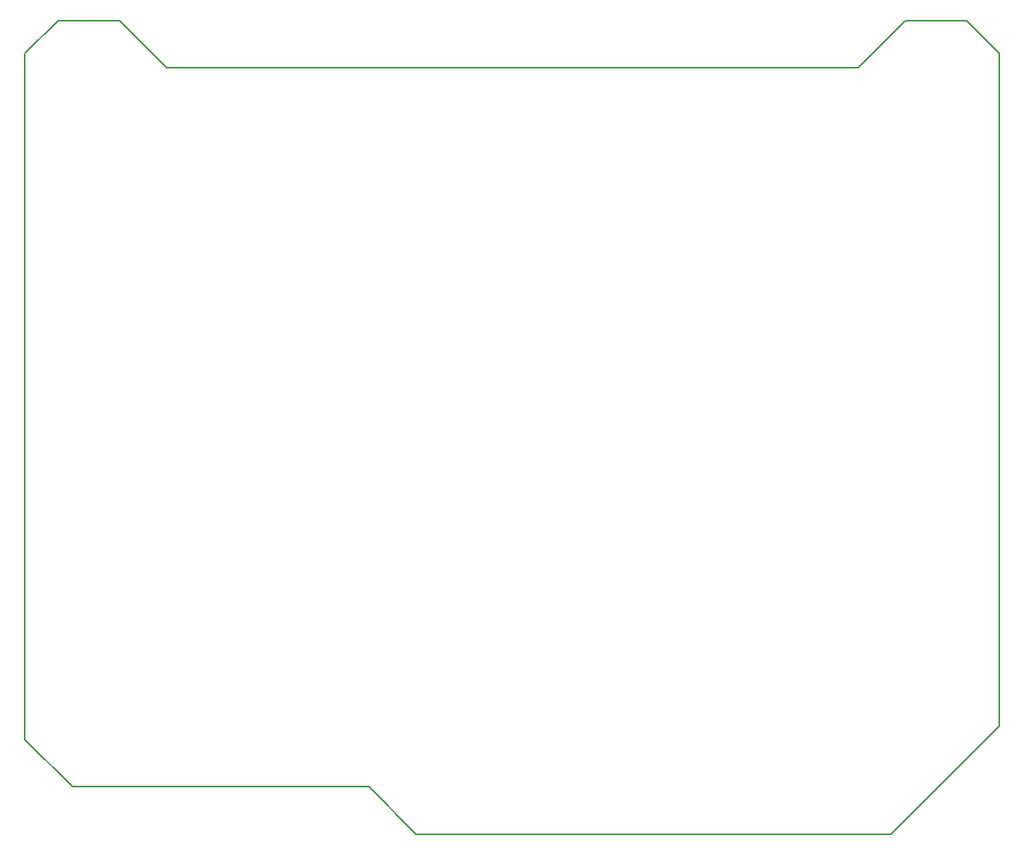
<source format=gm1>
G04 #@! TF.GenerationSoftware,KiCad,Pcbnew,5.0.2+dfsg1-1+deb10u1*
G04 #@! TF.CreationDate,2023-11-23T01:19:21+01:00*
G04 #@! TF.ProjectId,Routeur solaire v2,526f7574-6575-4722-9073-6f6c61697265,rev?*
G04 #@! TF.SameCoordinates,Original*
G04 #@! TF.FileFunction,Profile,NP*
%FSLAX46Y46*%
G04 Gerber Fmt 4.6, Leading zero omitted, Abs format (unit mm)*
G04 Created by KiCad (PCBNEW 5.0.2+dfsg1-1+deb10u1) date jeu. 23 nov. 2023 01:19:21 CET*
%MOMM*%
%LPD*%
G01*
G04 APERTURE LIST*
%ADD10C,0.150000*%
G04 APERTURE END LIST*
D10*
X133500000Y-45500000D02*
X137000000Y-49000000D01*
X37000000Y-45500000D02*
X33500000Y-49000000D01*
X37000000Y-45500000D02*
X43500000Y-45500000D01*
X127000000Y-45500000D02*
X133500000Y-45500000D01*
X127000000Y-45500000D02*
X122000000Y-50500000D01*
X48500000Y-50500000D02*
X43500000Y-45500000D01*
X38500000Y-127000000D02*
X33500000Y-122000000D01*
X70000000Y-127000000D02*
X38500000Y-127000000D01*
X75000000Y-132000000D02*
X70000000Y-127000000D01*
X125500000Y-132000000D02*
X137000000Y-120500000D01*
X33500000Y-122000000D02*
X33500000Y-49000000D01*
X125500000Y-132000000D02*
X75000000Y-132000000D01*
X137000000Y-49000000D02*
X137000000Y-120500000D01*
X48500000Y-50500000D02*
X122000000Y-50500000D01*
M02*

</source>
